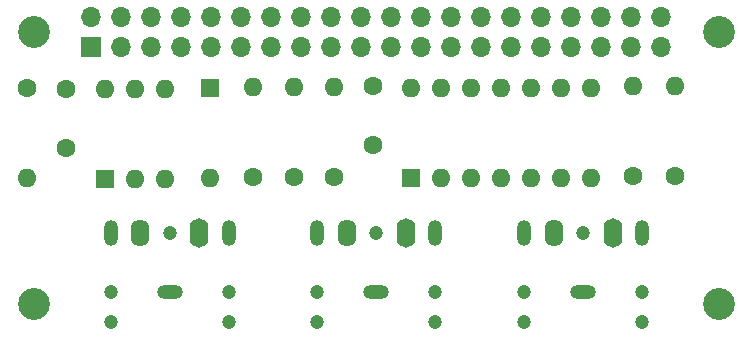
<source format=gbs>
G04 #@! TF.GenerationSoftware,KiCad,Pcbnew,7.0.9*
G04 #@! TF.CreationDate,2023-11-24T14:11:12+00:00*
G04 #@! TF.ProjectId,RPi-Zero-MIDI,5250692d-5a65-4726-9f2d-4d4944492e6b,rev?*
G04 #@! TF.SameCoordinates,Original*
G04 #@! TF.FileFunction,Soldermask,Bot*
G04 #@! TF.FilePolarity,Negative*
%FSLAX46Y46*%
G04 Gerber Fmt 4.6, Leading zero omitted, Abs format (unit mm)*
G04 Created by KiCad (PCBNEW 7.0.9) date 2023-11-24 14:11:12*
%MOMM*%
%LPD*%
G01*
G04 APERTURE LIST*
%ADD10C,1.200000*%
%ADD11O,1.200000X2.200000*%
%ADD12O,1.600000X2.300000*%
%ADD13O,2.200000X1.200000*%
%ADD14O,1.600000X2.500000*%
%ADD15R,1.600000X1.600000*%
%ADD16O,1.600000X1.600000*%
%ADD17C,1.600000*%
%ADD18C,2.700000*%
%ADD19R,1.700000X1.700000*%
%ADD20O,1.700000X1.700000*%
G04 APERTURE END LIST*
D10*
X110000000Y-95500000D03*
X110000000Y-98000000D03*
X115000000Y-90500000D03*
X120000000Y-95500000D03*
X120000000Y-98000000D03*
D11*
X110000000Y-90500000D03*
D12*
X112500000Y-90500000D03*
D13*
X115000000Y-95500000D03*
D11*
X120000000Y-90500000D03*
D14*
X117500000Y-90500000D03*
D15*
X109560000Y-85880000D03*
D16*
X112100000Y-85880000D03*
X114640000Y-85880000D03*
X114640000Y-78260000D03*
X112100000Y-78260000D03*
X109560000Y-78260000D03*
D15*
X135460000Y-85850000D03*
D16*
X138000000Y-85850000D03*
X140540000Y-85850000D03*
X143080000Y-85850000D03*
X145620000Y-85850000D03*
X148160000Y-85850000D03*
X150700000Y-85850000D03*
X150700000Y-78230000D03*
X148160000Y-78230000D03*
X145620000Y-78230000D03*
X143080000Y-78230000D03*
X140540000Y-78230000D03*
X138000000Y-78230000D03*
X135460000Y-78230000D03*
D17*
X102950000Y-78220000D03*
D16*
X102950000Y-85840000D03*
D17*
X122060000Y-85770000D03*
D16*
X122060000Y-78150000D03*
D17*
X157780000Y-85610000D03*
D16*
X157780000Y-77990000D03*
D17*
X154230000Y-85660000D03*
D16*
X154230000Y-78040000D03*
D17*
X128950000Y-85710000D03*
D16*
X128950000Y-78090000D03*
D17*
X125560000Y-85740000D03*
D16*
X125560000Y-78120000D03*
D10*
X145000000Y-95500000D03*
X145000000Y-98000000D03*
X150000000Y-90500000D03*
X155000000Y-95500000D03*
X155000000Y-98000000D03*
D11*
X145000000Y-90500000D03*
D12*
X147500000Y-90500000D03*
D13*
X150000000Y-95500000D03*
D11*
X155000000Y-90500000D03*
D14*
X152500000Y-90500000D03*
D10*
X127500000Y-95500000D03*
X127500000Y-98000000D03*
X132500000Y-90500000D03*
X137500000Y-95500000D03*
X137500000Y-98000000D03*
D11*
X127500000Y-90500000D03*
D12*
X130000000Y-90500000D03*
D13*
X132500000Y-95500000D03*
D11*
X137500000Y-90500000D03*
D14*
X135000000Y-90500000D03*
D15*
X118430000Y-78240000D03*
D16*
X118430000Y-85860000D03*
D17*
X106260000Y-83270000D03*
X106260000Y-78270000D03*
X132220000Y-83050000D03*
X132220000Y-78050000D03*
D18*
X161500000Y-73500000D03*
X103500000Y-96500000D03*
X103500000Y-73500000D03*
X161500000Y-96500000D03*
D19*
X108370000Y-74770000D03*
D20*
X108370000Y-72230000D03*
X110910000Y-74770000D03*
X110910000Y-72230000D03*
X113450000Y-74770000D03*
X113450000Y-72230000D03*
X115990000Y-74770000D03*
X115990000Y-72230000D03*
X118530000Y-74770000D03*
X118530000Y-72230000D03*
X121070000Y-74770000D03*
X121070000Y-72230000D03*
X123610000Y-74770000D03*
X123610000Y-72230000D03*
X126150000Y-74770000D03*
X126150000Y-72230000D03*
X128690000Y-74770000D03*
X128690000Y-72230000D03*
X131230000Y-74770000D03*
X131230000Y-72230000D03*
X133770000Y-74770000D03*
X133770000Y-72230000D03*
X136310000Y-74770000D03*
X136310000Y-72230000D03*
X138850000Y-74770000D03*
X138850000Y-72230000D03*
X141390000Y-74770000D03*
X141390000Y-72230000D03*
X143930000Y-74770000D03*
X143930000Y-72230000D03*
X146470000Y-74770000D03*
X146470000Y-72230000D03*
X149010000Y-74770000D03*
X149010000Y-72230000D03*
X151550000Y-74770000D03*
X151550000Y-72230000D03*
X154090000Y-74770000D03*
X154090000Y-72230000D03*
X156630000Y-74770000D03*
X156630000Y-72230000D03*
M02*

</source>
